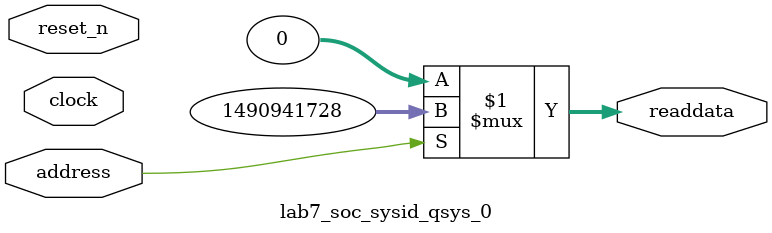
<source format=v>

`timescale 1ns / 1ps
// synthesis translate_on

// turn off superfluous verilog processor warnings 
// altera message_level Level1 
// altera message_off 10034 10035 10036 10037 10230 10240 10030 

module lab7_soc_sysid_qsys_0 (
               // inputs:
                address,
                clock,
                reset_n,

               // outputs:
                readdata
             )
;

  output  [ 31: 0] readdata;
  input            address;
  input            clock;
  input            reset_n;

  wire    [ 31: 0] readdata;
  //control_slave, which is an e_avalon_slave
  assign readdata = address ? 1490941728 : 0;

endmodule




</source>
